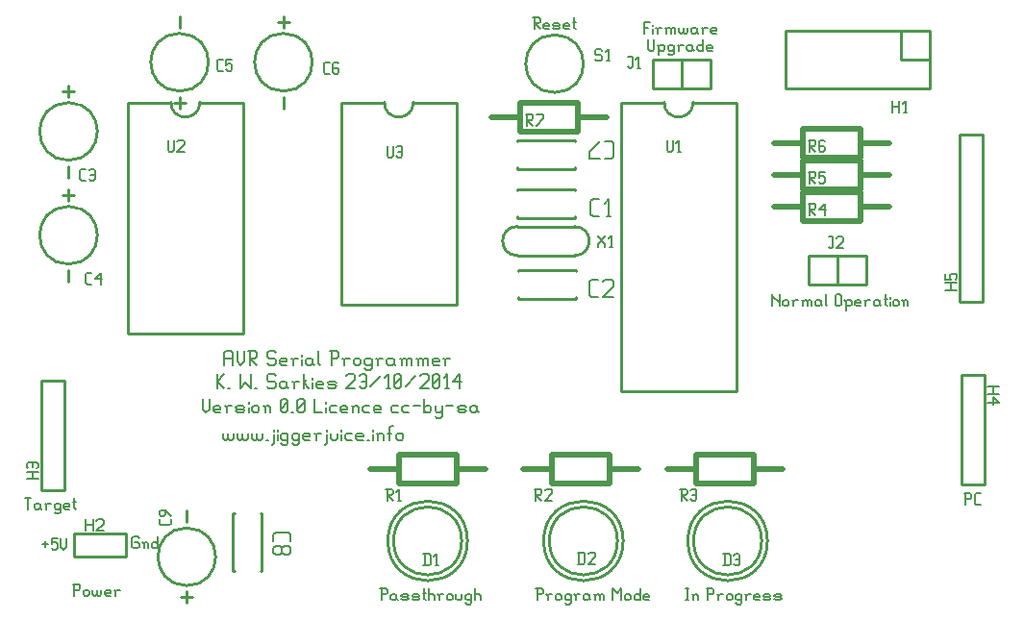
<source format=gto>
G04 start of page 9 for group -4079 idx -4079 *
G04 Title: (unknown), topsilk *
G04 Creator: pcb 20110918 *
G04 CreationDate: Thu 23 Oct 2014 13:36:36 GMT UTC *
G04 For: ksarkies *
G04 Format: Gerber/RS-274X *
G04 PCB-Dimensions: 350000 210000 *
G04 PCB-Coordinate-Origin: lower left *
%MOIN*%
%FSLAX25Y25*%
%LNTOPSILK*%
%ADD125C,0.0200*%
%ADD124C,0.0100*%
%ADD123C,0.0060*%
G54D123*X186500Y7000D02*Y3000D01*
X186000Y7000D02*X188000D01*
X188500Y6500D01*
Y5500D01*
X188000Y5000D02*X188500Y5500D01*
X186500Y5000D02*X188000D01*
X190200Y4500D02*Y3000D01*
Y4500D02*X190700Y5000D01*
X191700D01*
X189700D02*X190200Y4500D01*
X192900D02*Y3500D01*
Y4500D02*X193400Y5000D01*
X194400D01*
X194900Y4500D01*
Y3500D01*
X194400Y3000D02*X194900Y3500D01*
X193400Y3000D02*X194400D01*
X192900Y3500D02*X193400Y3000D01*
X197600Y5000D02*X198100Y4500D01*
X196600Y5000D02*X197600D01*
X196100Y4500D02*X196600Y5000D01*
X196100Y4500D02*Y3500D01*
X196600Y3000D01*
X197600D01*
X198100Y3500D01*
X196100Y2000D02*X196600Y1500D01*
X197600D01*
X198100Y2000D01*
Y5000D02*Y2000D01*
X199800Y4500D02*Y3000D01*
Y4500D02*X200300Y5000D01*
X201300D01*
X199300D02*X199800Y4500D01*
X204000Y5000D02*X204500Y4500D01*
X203000Y5000D02*X204000D01*
X202500Y4500D02*X203000Y5000D01*
X202500Y4500D02*Y3500D01*
X203000Y3000D01*
X204500Y5000D02*Y3500D01*
X205000Y3000D01*
X203000D02*X204000D01*
X204500Y3500D01*
X206700Y4500D02*Y3000D01*
Y4500D02*X207200Y5000D01*
X207700D01*
X208200Y4500D01*
Y3000D01*
Y4500D02*X208700Y5000D01*
X209200D01*
X209700Y4500D01*
Y3000D01*
X206200Y5000D02*X206700Y4500D01*
X212700Y7000D02*Y3000D01*
Y7000D02*X214200Y5500D01*
X215700Y7000D01*
Y3000D01*
X216900Y4500D02*Y3500D01*
Y4500D02*X217400Y5000D01*
X218400D01*
X218900Y4500D01*
Y3500D01*
X218400Y3000D02*X218900Y3500D01*
X217400Y3000D02*X218400D01*
X216900Y3500D02*X217400Y3000D01*
X222100Y7000D02*Y3000D01*
X221600D02*X222100Y3500D01*
X220600Y3000D02*X221600D01*
X220100Y3500D02*X220600Y3000D01*
X220100Y4500D02*Y3500D01*
Y4500D02*X220600Y5000D01*
X221600D01*
X222100Y4500D01*
X223800Y3000D02*X225300D01*
X223300Y3500D02*X223800Y3000D01*
X223300Y4500D02*Y3500D01*
Y4500D02*X223800Y5000D01*
X224800D01*
X225300Y4500D01*
X223300Y4000D02*X225300D01*
Y4500D02*Y4000D01*
X238000Y7000D02*X239000D01*
X238500D02*Y3000D01*
X238000D02*X239000D01*
X240700Y4500D02*Y3000D01*
Y4500D02*X241200Y5000D01*
X241700D01*
X242200Y4500D01*
Y3000D01*
X240200Y5000D02*X240700Y4500D01*
X245700Y7000D02*Y3000D01*
X245200Y7000D02*X247200D01*
X247700Y6500D01*
Y5500D01*
X247200Y5000D02*X247700Y5500D01*
X245700Y5000D02*X247200D01*
X249400Y4500D02*Y3000D01*
Y4500D02*X249900Y5000D01*
X250900D01*
X248900D02*X249400Y4500D01*
X252100D02*Y3500D01*
Y4500D02*X252600Y5000D01*
X253600D01*
X254100Y4500D01*
Y3500D01*
X253600Y3000D02*X254100Y3500D01*
X252600Y3000D02*X253600D01*
X252100Y3500D02*X252600Y3000D01*
X256800Y5000D02*X257300Y4500D01*
X255800Y5000D02*X256800D01*
X255300Y4500D02*X255800Y5000D01*
X255300Y4500D02*Y3500D01*
X255800Y3000D01*
X256800D01*
X257300Y3500D01*
X255300Y2000D02*X255800Y1500D01*
X256800D01*
X257300Y2000D01*
Y5000D02*Y2000D01*
X259000Y4500D02*Y3000D01*
Y4500D02*X259500Y5000D01*
X260500D01*
X258500D02*X259000Y4500D01*
X262200Y3000D02*X263700D01*
X261700Y3500D02*X262200Y3000D01*
X261700Y4500D02*Y3500D01*
Y4500D02*X262200Y5000D01*
X263200D01*
X263700Y4500D01*
X261700Y4000D02*X263700D01*
Y4500D02*Y4000D01*
X265400Y3000D02*X266900D01*
X267400Y3500D01*
X266900Y4000D02*X267400Y3500D01*
X265400Y4000D02*X266900D01*
X264900Y4500D02*X265400Y4000D01*
X264900Y4500D02*X265400Y5000D01*
X266900D01*
X267400Y4500D01*
X264900Y3500D02*X265400Y3000D01*
X269100D02*X270600D01*
X271100Y3500D01*
X270600Y4000D02*X271100Y3500D01*
X269100Y4000D02*X270600D01*
X268600Y4500D02*X269100Y4000D01*
X268600Y4500D02*X269100Y5000D01*
X270600D01*
X271100Y4500D01*
X268600Y3500D02*X269100Y3000D01*
X185000Y205000D02*X187000D01*
X187500Y204500D01*
Y203500D01*
X187000Y203000D02*X187500Y203500D01*
X185500Y203000D02*X187000D01*
X185500Y205000D02*Y201000D01*
Y203000D02*X187500Y201000D01*
X189200D02*X190700D01*
X188700Y201500D02*X189200Y201000D01*
X188700Y202500D02*Y201500D01*
Y202500D02*X189200Y203000D01*
X190200D01*
X190700Y202500D01*
X188700Y202000D02*X190700D01*
Y202500D02*Y202000D01*
X192400Y201000D02*X193900D01*
X194400Y201500D01*
X193900Y202000D02*X194400Y201500D01*
X192400Y202000D02*X193900D01*
X191900Y202500D02*X192400Y202000D01*
X191900Y202500D02*X192400Y203000D01*
X193900D01*
X194400Y202500D01*
X191900Y201500D02*X192400Y201000D01*
X196100D02*X197600D01*
X195600Y201500D02*X196100Y201000D01*
X195600Y202500D02*Y201500D01*
Y202500D02*X196100Y203000D01*
X197100D01*
X197600Y202500D01*
X195600Y202000D02*X197600D01*
Y202500D02*Y202000D01*
X199300Y205000D02*Y201500D01*
X199800Y201000D01*
X198800Y203500D02*X199800D01*
X223500D02*Y199500D01*
Y203500D02*X225500D01*
X223500Y201500D02*X225000D01*
X226700Y202500D02*Y202000D01*
Y201000D02*Y199500D01*
X228200Y201000D02*Y199500D01*
Y201000D02*X228700Y201500D01*
X229700D01*
X227700D02*X228200Y201000D01*
X231400D02*Y199500D01*
Y201000D02*X231900Y201500D01*
X232400D01*
X232900Y201000D01*
Y199500D01*
Y201000D02*X233400Y201500D01*
X233900D01*
X234400Y201000D01*
Y199500D01*
X230900Y201500D02*X231400Y201000D01*
X235600Y201500D02*Y200000D01*
X236100Y199500D01*
X236600D01*
X237100Y200000D01*
Y201500D02*Y200000D01*
X237600Y199500D01*
X238100D01*
X238600Y200000D01*
Y201500D02*Y200000D01*
X241300Y201500D02*X241800Y201000D01*
X240300Y201500D02*X241300D01*
X239800Y201000D02*X240300Y201500D01*
X239800Y201000D02*Y200000D01*
X240300Y199500D01*
X241800Y201500D02*Y200000D01*
X242300Y199500D01*
X240300D02*X241300D01*
X241800Y200000D01*
X244000Y201000D02*Y199500D01*
Y201000D02*X244500Y201500D01*
X245500D01*
X243500D02*X244000Y201000D01*
X247200Y199500D02*X248700D01*
X246700Y200000D02*X247200Y199500D01*
X246700Y201000D02*Y200000D01*
Y201000D02*X247200Y201500D01*
X248200D01*
X248700Y201000D01*
X246700Y200500D02*X248700D01*
Y201000D02*Y200500D01*
X225000Y197500D02*Y194000D01*
X225500Y193500D01*
X226500D01*
X227000Y194000D01*
Y197500D02*Y194000D01*
X228700Y195000D02*Y192000D01*
X228200Y195500D02*X228700Y195000D01*
X229200Y195500D01*
X230200D01*
X230700Y195000D01*
Y194000D01*
X230200Y193500D02*X230700Y194000D01*
X229200Y193500D02*X230200D01*
X228700Y194000D02*X229200Y193500D01*
X233400Y195500D02*X233900Y195000D01*
X232400Y195500D02*X233400D01*
X231900Y195000D02*X232400Y195500D01*
X231900Y195000D02*Y194000D01*
X232400Y193500D01*
X233400D01*
X233900Y194000D01*
X231900Y192500D02*X232400Y192000D01*
X233400D01*
X233900Y192500D01*
Y195500D02*Y192500D01*
X235600Y195000D02*Y193500D01*
Y195000D02*X236100Y195500D01*
X237100D01*
X235100D02*X235600Y195000D01*
X239800Y195500D02*X240300Y195000D01*
X238800Y195500D02*X239800D01*
X238300Y195000D02*X238800Y195500D01*
X238300Y195000D02*Y194000D01*
X238800Y193500D01*
X240300Y195500D02*Y194000D01*
X240800Y193500D01*
X238800D02*X239800D01*
X240300Y194000D01*
X244000Y197500D02*Y193500D01*
X243500D02*X244000Y194000D01*
X242500Y193500D02*X243500D01*
X242000Y194000D02*X242500Y193500D01*
X242000Y195000D02*Y194000D01*
Y195000D02*X242500Y195500D01*
X243500D01*
X244000Y195000D01*
X245700Y193500D02*X247200D01*
X245200Y194000D02*X245700Y193500D01*
X245200Y195000D02*Y194000D01*
Y195000D02*X245700Y195500D01*
X246700D01*
X247200Y195000D01*
X245200Y194500D02*X247200D01*
Y195000D02*Y194500D01*
X77500Y60900D02*Y59100D01*
X78100Y58500D01*
X78700D01*
X79300Y59100D01*
Y60900D02*Y59100D01*
X79900Y58500D01*
X80500D01*
X81100Y59100D01*
Y60900D02*Y59100D01*
X82540Y60900D02*Y59100D01*
X83140Y58500D01*
X83740D01*
X84340Y59100D01*
Y60900D02*Y59100D01*
X84940Y58500D01*
X85540D01*
X86140Y59100D01*
Y60900D02*Y59100D01*
X87580Y60900D02*Y59100D01*
X88180Y58500D01*
X88780D01*
X89380Y59100D01*
Y60900D02*Y59100D01*
X89980Y58500D01*
X90580D01*
X91180Y59100D01*
Y60900D02*Y59100D01*
X92620Y58500D02*X93220D01*
X95260Y62100D02*Y61500D01*
Y60300D02*Y57300D01*
X94660Y56700D02*X95260Y57300D01*
X96460Y62100D02*Y61500D01*
Y60300D02*Y58500D01*
X99460Y60900D02*X100060Y60300D01*
X98260Y60900D02*X99460D01*
X97660Y60300D02*X98260Y60900D01*
X97660Y60300D02*Y59100D01*
X98260Y58500D01*
X99460D01*
X100060Y59100D01*
X97660Y57300D02*X98260Y56700D01*
X99460D01*
X100060Y57300D01*
Y60900D02*Y57300D01*
X103300Y60900D02*X103900Y60300D01*
X102100Y60900D02*X103300D01*
X101500Y60300D02*X102100Y60900D01*
X101500Y60300D02*Y59100D01*
X102100Y58500D01*
X103300D01*
X103900Y59100D01*
X101500Y57300D02*X102100Y56700D01*
X103300D01*
X103900Y57300D01*
Y60900D02*Y57300D01*
X105940Y58500D02*X107740D01*
X105340Y59100D02*X105940Y58500D01*
X105340Y60300D02*Y59100D01*
Y60300D02*X105940Y60900D01*
X107140D01*
X107740Y60300D01*
X105340Y59700D02*X107740D01*
Y60300D02*Y59700D01*
X109780Y60300D02*Y58500D01*
Y60300D02*X110380Y60900D01*
X111580D01*
X109180D02*X109780Y60300D01*
X113620Y62100D02*Y61500D01*
Y60300D02*Y57300D01*
X113020Y56700D02*X113620Y57300D01*
X114820Y60900D02*Y59100D01*
X115420Y58500D01*
X116620D01*
X117220Y59100D01*
Y60900D02*Y59100D01*
X118660Y62100D02*Y61500D01*
Y60300D02*Y58500D01*
X120460Y60900D02*X122260D01*
X119860Y60300D02*X120460Y60900D01*
X119860Y60300D02*Y59100D01*
X120460Y58500D01*
X122260D01*
X124300D02*X126100D01*
X123700Y59100D02*X124300Y58500D01*
X123700Y60300D02*Y59100D01*
Y60300D02*X124300Y60900D01*
X125500D01*
X126100Y60300D01*
X123700Y59700D02*X126100D01*
Y60300D02*Y59700D01*
X127540Y58500D02*X128140D01*
X129580Y62100D02*Y61500D01*
Y60300D02*Y58500D01*
X131380Y60300D02*Y58500D01*
Y60300D02*X131980Y60900D01*
X132580D01*
X133180Y60300D01*
Y58500D01*
X130780Y60900D02*X131380Y60300D01*
X135220Y62700D02*Y58500D01*
Y62700D02*X135820Y63300D01*
X136420D01*
X134620Y60900D02*X135820D01*
X137620Y60300D02*Y59100D01*
Y60300D02*X138220Y60900D01*
X139420D01*
X140020Y60300D01*
Y59100D01*
X139420Y58500D02*X140020Y59100D01*
X138220Y58500D02*X139420D01*
X137620Y59100D02*X138220Y58500D01*
X75500Y81300D02*Y76500D01*
Y78900D02*X77900Y81300D01*
X75500Y78900D02*X77900Y76500D01*
X79340D02*X79940D01*
X83540Y81300D02*Y76500D01*
X85340Y78300D01*
X87140Y76500D01*
Y81300D02*Y76500D01*
X88580D02*X89180D01*
X95180Y81300D02*X95780Y80700D01*
X93380Y81300D02*X95180D01*
X92780Y80700D02*X93380Y81300D01*
X92780Y80700D02*Y79500D01*
X93380Y78900D01*
X95180D01*
X95780Y78300D01*
Y77100D01*
X95180Y76500D02*X95780Y77100D01*
X93380Y76500D02*X95180D01*
X92780Y77100D02*X93380Y76500D01*
X99020Y78900D02*X99620Y78300D01*
X97820Y78900D02*X99020D01*
X97220Y78300D02*X97820Y78900D01*
X97220Y78300D02*Y77100D01*
X97820Y76500D01*
X99620Y78900D02*Y77100D01*
X100220Y76500D01*
X97820D02*X99020D01*
X99620Y77100D01*
X102260Y78300D02*Y76500D01*
Y78300D02*X102860Y78900D01*
X104060D01*
X101660D02*X102260Y78300D01*
X105500Y81300D02*Y76500D01*
Y78300D02*X107300Y76500D01*
X105500Y78300D02*X106700Y79500D01*
X108740Y80100D02*Y79500D01*
Y78300D02*Y76500D01*
X110540D02*X112340D01*
X109940Y77100D02*X110540Y76500D01*
X109940Y78300D02*Y77100D01*
Y78300D02*X110540Y78900D01*
X111740D01*
X112340Y78300D01*
X109940Y77700D02*X112340D01*
Y78300D02*Y77700D01*
X114380Y76500D02*X116180D01*
X116780Y77100D01*
X116180Y77700D02*X116780Y77100D01*
X114380Y77700D02*X116180D01*
X113780Y78300D02*X114380Y77700D01*
X113780Y78300D02*X114380Y78900D01*
X116180D01*
X116780Y78300D01*
X113780Y77100D02*X114380Y76500D01*
X120380Y80700D02*X120980Y81300D01*
X122780D01*
X123380Y80700D01*
Y79500D01*
X120380Y76500D02*X123380Y79500D01*
X120380Y76500D02*X123380D01*
X124820Y80700D02*X125420Y81300D01*
X126620D01*
X127220Y80700D01*
Y77100D01*
X126620Y76500D02*X127220Y77100D01*
X125420Y76500D02*X126620D01*
X124820Y77100D02*X125420Y76500D01*
Y78900D02*X127220D01*
X128660Y77100D02*X132260Y80700D01*
X134300Y76500D02*X135500D01*
X134900Y81300D02*Y76500D01*
X133700Y80100D02*X134900Y81300D01*
X136940Y77100D02*X137540Y76500D01*
X136940Y80700D02*Y77100D01*
Y80700D02*X137540Y81300D01*
X138740D01*
X139340Y80700D01*
Y77100D01*
X138740Y76500D02*X139340Y77100D01*
X137540Y76500D02*X138740D01*
X136940Y77700D02*X139340Y80100D01*
X140780Y77100D02*X144380Y80700D01*
X145820D02*X146420Y81300D01*
X148220D01*
X148820Y80700D01*
Y79500D01*
X145820Y76500D02*X148820Y79500D01*
X145820Y76500D02*X148820D01*
X150260Y77100D02*X150860Y76500D01*
X150260Y80700D02*Y77100D01*
Y80700D02*X150860Y81300D01*
X152060D01*
X152660Y80700D01*
Y77100D01*
X152060Y76500D02*X152660Y77100D01*
X150860Y76500D02*X152060D01*
X150260Y77700D02*X152660Y80100D01*
X154700Y76500D02*X155900D01*
X155300Y81300D02*Y76500D01*
X154100Y80100D02*X155300Y81300D01*
X157340Y78900D02*X159740Y81300D01*
X157340Y78900D02*X160340D01*
X159740Y81300D02*Y76500D01*
X78000Y88700D02*Y84500D01*
Y88700D02*X78600Y89300D01*
X80400D01*
X81000Y88700D01*
Y84500D01*
X78000Y86900D02*X81000D01*
X82440Y89300D02*Y85700D01*
X83640Y84500D01*
X84840Y85700D01*
Y89300D02*Y85700D01*
X86280Y89300D02*X88680D01*
X89280Y88700D01*
Y87500D01*
X88680Y86900D02*X89280Y87500D01*
X86880Y86900D02*X88680D01*
X86880Y89300D02*Y84500D01*
Y86900D02*X89280Y84500D01*
X95280Y89300D02*X95880Y88700D01*
X93480Y89300D02*X95280D01*
X92880Y88700D02*X93480Y89300D01*
X92880Y88700D02*Y87500D01*
X93480Y86900D01*
X95280D01*
X95880Y86300D01*
Y85100D01*
X95280Y84500D02*X95880Y85100D01*
X93480Y84500D02*X95280D01*
X92880Y85100D02*X93480Y84500D01*
X97920D02*X99720D01*
X97320Y85100D02*X97920Y84500D01*
X97320Y86300D02*Y85100D01*
Y86300D02*X97920Y86900D01*
X99120D01*
X99720Y86300D01*
X97320Y85700D02*X99720D01*
Y86300D02*Y85700D01*
X101760Y86300D02*Y84500D01*
Y86300D02*X102360Y86900D01*
X103560D01*
X101160D02*X101760Y86300D01*
X105000Y88100D02*Y87500D01*
Y86300D02*Y84500D01*
X108000Y86900D02*X108600Y86300D01*
X106800Y86900D02*X108000D01*
X106200Y86300D02*X106800Y86900D01*
X106200Y86300D02*Y85100D01*
X106800Y84500D01*
X108600Y86900D02*Y85100D01*
X109200Y84500D01*
X106800D02*X108000D01*
X108600Y85100D01*
X110640Y89300D02*Y85100D01*
X111240Y84500D01*
X115200Y89300D02*Y84500D01*
X114600Y89300D02*X117000D01*
X117600Y88700D01*
Y87500D01*
X117000Y86900D02*X117600Y87500D01*
X115200Y86900D02*X117000D01*
X119640Y86300D02*Y84500D01*
Y86300D02*X120240Y86900D01*
X121440D01*
X119040D02*X119640Y86300D01*
X122880D02*Y85100D01*
Y86300D02*X123480Y86900D01*
X124680D01*
X125280Y86300D01*
Y85100D01*
X124680Y84500D02*X125280Y85100D01*
X123480Y84500D02*X124680D01*
X122880Y85100D02*X123480Y84500D01*
X128520Y86900D02*X129120Y86300D01*
X127320Y86900D02*X128520D01*
X126720Y86300D02*X127320Y86900D01*
X126720Y86300D02*Y85100D01*
X127320Y84500D01*
X128520D01*
X129120Y85100D01*
X126720Y83300D02*X127320Y82700D01*
X128520D01*
X129120Y83300D01*
Y86900D02*Y83300D01*
X131160Y86300D02*Y84500D01*
Y86300D02*X131760Y86900D01*
X132960D01*
X130560D02*X131160Y86300D01*
X136200Y86900D02*X136800Y86300D01*
X135000Y86900D02*X136200D01*
X134400Y86300D02*X135000Y86900D01*
X134400Y86300D02*Y85100D01*
X135000Y84500D01*
X136800Y86900D02*Y85100D01*
X137400Y84500D01*
X135000D02*X136200D01*
X136800Y85100D01*
X139440Y86300D02*Y84500D01*
Y86300D02*X140040Y86900D01*
X140640D01*
X141240Y86300D01*
Y84500D01*
Y86300D02*X141840Y86900D01*
X142440D01*
X143040Y86300D01*
Y84500D01*
X138840Y86900D02*X139440Y86300D01*
X145080D02*Y84500D01*
Y86300D02*X145680Y86900D01*
X146280D01*
X146880Y86300D01*
Y84500D01*
Y86300D02*X147480Y86900D01*
X148080D01*
X148680Y86300D01*
Y84500D01*
X144480Y86900D02*X145080Y86300D01*
X150720Y84500D02*X152520D01*
X150120Y85100D02*X150720Y84500D01*
X150120Y86300D02*Y85100D01*
Y86300D02*X150720Y86900D01*
X151920D01*
X152520Y86300D01*
X150120Y85700D02*X152520D01*
Y86300D02*Y85700D01*
X154560Y86300D02*Y84500D01*
Y86300D02*X155160Y86900D01*
X156360D01*
X153960D02*X154560Y86300D01*
X26000Y8500D02*Y4500D01*
X25500Y8500D02*X27500D01*
X28000Y8000D01*
Y7000D01*
X27500Y6500D02*X28000Y7000D01*
X26000Y6500D02*X27500D01*
X29200Y6000D02*Y5000D01*
Y6000D02*X29700Y6500D01*
X30700D01*
X31200Y6000D01*
Y5000D01*
X30700Y4500D02*X31200Y5000D01*
X29700Y4500D02*X30700D01*
X29200Y5000D02*X29700Y4500D01*
X32400Y6500D02*Y5000D01*
X32900Y4500D01*
X33400D01*
X33900Y5000D01*
Y6500D02*Y5000D01*
X34400Y4500D01*
X34900D01*
X35400Y5000D01*
Y6500D02*Y5000D01*
X37100Y4500D02*X38600D01*
X36600Y5000D02*X37100Y4500D01*
X36600Y6000D02*Y5000D01*
Y6000D02*X37100Y6500D01*
X38100D01*
X38600Y6000D01*
X36600Y5500D02*X38600D01*
Y6000D02*Y5500D01*
X40300Y6000D02*Y4500D01*
Y6000D02*X40800Y6500D01*
X41800D01*
X39800D02*X40300Y6000D01*
X48000Y25000D02*X48500Y24500D01*
X46500Y25000D02*X48000D01*
X46000Y24500D02*X46500Y25000D01*
X46000Y24500D02*Y21500D01*
X46500Y21000D01*
X48000D01*
X48500Y21500D01*
Y22500D02*Y21500D01*
X48000Y23000D02*X48500Y22500D01*
X47000Y23000D02*X48000D01*
X50200Y22500D02*Y21000D01*
Y22500D02*X50700Y23000D01*
X51200D01*
X51700Y22500D01*
Y21000D01*
X49700Y23000D02*X50200Y22500D01*
X54900Y25000D02*Y21000D01*
X54400D02*X54900Y21500D01*
X53400Y21000D02*X54400D01*
X52900Y21500D02*X53400Y21000D01*
X52900Y22500D02*Y21500D01*
Y22500D02*X53400Y23000D01*
X54400D01*
X54900Y22500D01*
X70500Y72800D02*Y69200D01*
X71700Y68000D01*
X72900Y69200D01*
Y72800D02*Y69200D01*
X74940Y68000D02*X76740D01*
X74340Y68600D02*X74940Y68000D01*
X74340Y69800D02*Y68600D01*
Y69800D02*X74940Y70400D01*
X76140D01*
X76740Y69800D01*
X74340Y69200D02*X76740D01*
Y69800D02*Y69200D01*
X78780Y69800D02*Y68000D01*
Y69800D02*X79380Y70400D01*
X80580D01*
X78180D02*X78780Y69800D01*
X82620Y68000D02*X84420D01*
X85020Y68600D01*
X84420Y69200D02*X85020Y68600D01*
X82620Y69200D02*X84420D01*
X82020Y69800D02*X82620Y69200D01*
X82020Y69800D02*X82620Y70400D01*
X84420D01*
X85020Y69800D01*
X82020Y68600D02*X82620Y68000D01*
X86460Y71600D02*Y71000D01*
Y69800D02*Y68000D01*
X87660Y69800D02*Y68600D01*
Y69800D02*X88260Y70400D01*
X89460D01*
X90060Y69800D01*
Y68600D01*
X89460Y68000D02*X90060Y68600D01*
X88260Y68000D02*X89460D01*
X87660Y68600D02*X88260Y68000D01*
X92100Y69800D02*Y68000D01*
Y69800D02*X92700Y70400D01*
X93300D01*
X93900Y69800D01*
Y68000D01*
X91500Y70400D02*X92100Y69800D01*
X97500Y68600D02*X98100Y68000D01*
X97500Y72200D02*Y68600D01*
Y72200D02*X98100Y72800D01*
X99300D01*
X99900Y72200D01*
Y68600D01*
X99300Y68000D02*X99900Y68600D01*
X98100Y68000D02*X99300D01*
X97500Y69200D02*X99900Y71600D01*
X101340Y68000D02*X101940D01*
X103380Y68600D02*X103980Y68000D01*
X103380Y72200D02*Y68600D01*
Y72200D02*X103980Y72800D01*
X105180D01*
X105780Y72200D01*
Y68600D01*
X105180Y68000D02*X105780Y68600D01*
X103980Y68000D02*X105180D01*
X103380Y69200D02*X105780Y71600D01*
X109380Y72800D02*Y68000D01*
X111780D01*
X113220Y71600D02*Y71000D01*
Y69800D02*Y68000D01*
X115020Y70400D02*X116820D01*
X114420Y69800D02*X115020Y70400D01*
X114420Y69800D02*Y68600D01*
X115020Y68000D01*
X116820D01*
X118860D02*X120660D01*
X118260Y68600D02*X118860Y68000D01*
X118260Y69800D02*Y68600D01*
Y69800D02*X118860Y70400D01*
X120060D01*
X120660Y69800D01*
X118260Y69200D02*X120660D01*
Y69800D02*Y69200D01*
X122700Y69800D02*Y68000D01*
Y69800D02*X123300Y70400D01*
X123900D01*
X124500Y69800D01*
Y68000D01*
X122100Y70400D02*X122700Y69800D01*
X126540Y70400D02*X128340D01*
X125940Y69800D02*X126540Y70400D01*
X125940Y69800D02*Y68600D01*
X126540Y68000D01*
X128340D01*
X130380D02*X132180D01*
X129780Y68600D02*X130380Y68000D01*
X129780Y69800D02*Y68600D01*
Y69800D02*X130380Y70400D01*
X131580D01*
X132180Y69800D01*
X129780Y69200D02*X132180D01*
Y69800D02*Y69200D01*
X136380Y70400D02*X138180D01*
X135780Y69800D02*X136380Y70400D01*
X135780Y69800D02*Y68600D01*
X136380Y68000D01*
X138180D01*
X140220Y70400D02*X142020D01*
X139620Y69800D02*X140220Y70400D01*
X139620Y69800D02*Y68600D01*
X140220Y68000D01*
X142020D01*
X143460Y70400D02*X145860D01*
X147300Y72800D02*Y68000D01*
Y68600D02*X147900Y68000D01*
X149100D01*
X149700Y68600D01*
Y69800D02*Y68600D01*
X149100Y70400D02*X149700Y69800D01*
X147900Y70400D02*X149100D01*
X147300Y69800D02*X147900Y70400D01*
X151140D02*Y68600D01*
X151740Y68000D01*
X153540Y70400D02*Y66800D01*
X152940Y66200D02*X153540Y66800D01*
X151740Y66200D02*X152940D01*
X151140Y66800D02*X151740Y66200D01*
Y68000D02*X152940D01*
X153540Y68600D01*
X154980Y70400D02*X157380D01*
X159420Y68000D02*X161220D01*
X161820Y68600D01*
X161220Y69200D02*X161820Y68600D01*
X159420Y69200D02*X161220D01*
X158820Y69800D02*X159420Y69200D01*
X158820Y69800D02*X159420Y70400D01*
X161220D01*
X161820Y69800D01*
X158820Y68600D02*X159420Y68000D01*
X165060Y70400D02*X165660Y69800D01*
X163860Y70400D02*X165060D01*
X163260Y69800D02*X163860Y70400D01*
X163260Y69800D02*Y68600D01*
X163860Y68000D01*
X165660Y70400D02*Y68600D01*
X166260Y68000D01*
X163860D02*X165060D01*
X165660Y68600D01*
X15000Y22500D02*X17000D01*
X16000Y23500D02*Y21500D01*
X18200Y24500D02*X20200D01*
X18200D02*Y22500D01*
X18700Y23000D01*
X19700D01*
X20200Y22500D01*
Y21000D01*
X19700Y20500D02*X20200Y21000D01*
X18700Y20500D02*X19700D01*
X18200Y21000D02*X18700Y20500D01*
X21400Y24500D02*Y21500D01*
X22400Y20500D01*
X23400Y21500D01*
Y24500D02*Y21500D01*
X132500Y7000D02*Y3000D01*
X132000Y7000D02*X134000D01*
X134500Y6500D01*
Y5500D01*
X134000Y5000D02*X134500Y5500D01*
X132500Y5000D02*X134000D01*
X137200D02*X137700Y4500D01*
X136200Y5000D02*X137200D01*
X135700Y4500D02*X136200Y5000D01*
X135700Y4500D02*Y3500D01*
X136200Y3000D01*
X137700Y5000D02*Y3500D01*
X138200Y3000D01*
X136200D02*X137200D01*
X137700Y3500D01*
X139900Y3000D02*X141400D01*
X141900Y3500D01*
X141400Y4000D02*X141900Y3500D01*
X139900Y4000D02*X141400D01*
X139400Y4500D02*X139900Y4000D01*
X139400Y4500D02*X139900Y5000D01*
X141400D01*
X141900Y4500D01*
X139400Y3500D02*X139900Y3000D01*
X143600D02*X145100D01*
X145600Y3500D01*
X145100Y4000D02*X145600Y3500D01*
X143600Y4000D02*X145100D01*
X143100Y4500D02*X143600Y4000D01*
X143100Y4500D02*X143600Y5000D01*
X145100D01*
X145600Y4500D01*
X143100Y3500D02*X143600Y3000D01*
X147300Y7000D02*Y3500D01*
X147800Y3000D01*
X146800Y5500D02*X147800D01*
X148800Y7000D02*Y3000D01*
Y4500D02*X149300Y5000D01*
X150300D01*
X150800Y4500D01*
Y3000D01*
X152500Y4500D02*Y3000D01*
Y4500D02*X153000Y5000D01*
X154000D01*
X152000D02*X152500Y4500D01*
X155200D02*Y3500D01*
Y4500D02*X155700Y5000D01*
X156700D01*
X157200Y4500D01*
Y3500D01*
X156700Y3000D02*X157200Y3500D01*
X155700Y3000D02*X156700D01*
X155200Y3500D02*X155700Y3000D01*
X158400Y5000D02*Y3500D01*
X158900Y3000D01*
X159900D01*
X160400Y3500D01*
Y5000D02*Y3500D01*
X163100Y5000D02*X163600Y4500D01*
X162100Y5000D02*X163100D01*
X161600Y4500D02*X162100Y5000D01*
X161600Y4500D02*Y3500D01*
X162100Y3000D01*
X163100D01*
X163600Y3500D01*
X161600Y2000D02*X162100Y1500D01*
X163100D01*
X163600Y2000D01*
Y5000D02*Y2000D01*
X164800Y7000D02*Y3000D01*
Y4500D02*X165300Y5000D01*
X166300D01*
X166800Y4500D01*
Y3000D01*
X9000Y38500D02*X11000D01*
X10000D02*Y34500D01*
X13700Y36500D02*X14200Y36000D01*
X12700Y36500D02*X13700D01*
X12200Y36000D02*X12700Y36500D01*
X12200Y36000D02*Y35000D01*
X12700Y34500D01*
X14200Y36500D02*Y35000D01*
X14700Y34500D01*
X12700D02*X13700D01*
X14200Y35000D01*
X16400Y36000D02*Y34500D01*
Y36000D02*X16900Y36500D01*
X17900D01*
X15900D02*X16400Y36000D01*
X20600Y36500D02*X21100Y36000D01*
X19600Y36500D02*X20600D01*
X19100Y36000D02*X19600Y36500D01*
X19100Y36000D02*Y35000D01*
X19600Y34500D01*
X20600D01*
X21100Y35000D01*
X19100Y33500D02*X19600Y33000D01*
X20600D01*
X21100Y33500D01*
Y36500D02*Y33500D01*
X22800Y34500D02*X24300D01*
X22300Y35000D02*X22800Y34500D01*
X22300Y36000D02*Y35000D01*
Y36000D02*X22800Y36500D01*
X23800D01*
X24300Y36000D01*
X22300Y35500D02*X24300D01*
Y36000D02*Y35500D01*
X26000Y38500D02*Y35000D01*
X26500Y34500D01*
X25500Y37000D02*X26500D01*
X335000Y40000D02*Y36000D01*
X334500Y40000D02*X336500D01*
X337000Y39500D01*
Y38500D01*
X336500Y38000D02*X337000Y38500D01*
X335000Y38000D02*X336500D01*
X338700Y36000D02*X340200D01*
X338200Y36500D02*X338700Y36000D01*
X338200Y39500D02*Y36500D01*
Y39500D02*X338700Y40000D01*
X340200D01*
X268000Y109000D02*Y105000D01*
Y109000D02*Y108500D01*
X270500Y106000D01*
Y109000D02*Y105000D01*
X271700Y106500D02*Y105500D01*
Y106500D02*X272200Y107000D01*
X273200D01*
X273700Y106500D01*
Y105500D01*
X273200Y105000D02*X273700Y105500D01*
X272200Y105000D02*X273200D01*
X271700Y105500D02*X272200Y105000D01*
X275400Y106500D02*Y105000D01*
Y106500D02*X275900Y107000D01*
X276900D01*
X274900D02*X275400Y106500D01*
X278600D02*Y105000D01*
Y106500D02*X279100Y107000D01*
X279600D01*
X280100Y106500D01*
Y105000D01*
Y106500D02*X280600Y107000D01*
X281100D01*
X281600Y106500D01*
Y105000D01*
X278100Y107000D02*X278600Y106500D01*
X284300Y107000D02*X284800Y106500D01*
X283300Y107000D02*X284300D01*
X282800Y106500D02*X283300Y107000D01*
X282800Y106500D02*Y105500D01*
X283300Y105000D01*
X284800Y107000D02*Y105500D01*
X285300Y105000D01*
X283300D02*X284300D01*
X284800Y105500D01*
X286500Y109000D02*Y105500D01*
X287000Y105000D01*
X289800Y108500D02*Y105500D01*
Y108500D02*X290300Y109000D01*
X291300D01*
X291800Y108500D01*
Y105500D01*
X291300Y105000D02*X291800Y105500D01*
X290300Y105000D02*X291300D01*
X289800Y105500D02*X290300Y105000D01*
X293500Y106500D02*Y103500D01*
X293000Y107000D02*X293500Y106500D01*
X294000Y107000D01*
X295000D01*
X295500Y106500D01*
Y105500D01*
X295000Y105000D02*X295500Y105500D01*
X294000Y105000D02*X295000D01*
X293500Y105500D02*X294000Y105000D01*
X297200D02*X298700D01*
X296700Y105500D02*X297200Y105000D01*
X296700Y106500D02*Y105500D01*
Y106500D02*X297200Y107000D01*
X298200D01*
X298700Y106500D01*
X296700Y106000D02*X298700D01*
Y106500D02*Y106000D01*
X300400Y106500D02*Y105000D01*
Y106500D02*X300900Y107000D01*
X301900D01*
X299900D02*X300400Y106500D01*
X304600Y107000D02*X305100Y106500D01*
X303600Y107000D02*X304600D01*
X303100Y106500D02*X303600Y107000D01*
X303100Y106500D02*Y105500D01*
X303600Y105000D01*
X305100Y107000D02*Y105500D01*
X305600Y105000D01*
X303600D02*X304600D01*
X305100Y105500D01*
X307300Y109000D02*Y105500D01*
X307800Y105000D01*
X306800Y107500D02*X307800D01*
X308800Y108000D02*Y107500D01*
Y106500D02*Y105000D01*
X309800Y106500D02*Y105500D01*
Y106500D02*X310300Y107000D01*
X311300D01*
X311800Y106500D01*
Y105500D01*
X311300Y105000D02*X311800Y105500D01*
X310300Y105000D02*X311300D01*
X309800Y105500D02*X310300Y105000D01*
X313500Y106500D02*Y105000D01*
Y106500D02*X314000Y107000D01*
X314500D01*
X315000Y106500D01*
Y105000D01*
X313000Y107000D02*X313500Y106500D01*
G54D124*X136700Y23500D02*G75*G03X136700Y23500I11800J0D01*G01*
X134700D02*G75*G03X134700Y23500I13800J0D01*G01*
G54D125*X138500Y53500D02*X158500D01*
Y43500D01*
X138500D01*
Y53500D01*
X128500Y48500D02*X138500D01*
X158500D02*X168500D01*
G54D124*X44500Y175500D02*Y95500D01*
X84500D01*
Y175500D01*
X44500D02*X59500D01*
X69500D02*X84500D01*
X59500D02*G75*G03X69500Y175500I5000J0D01*G01*
X24000Y181500D02*Y177500D01*
X22000Y179500D02*X26000D01*
X24000Y153500D02*Y149500D01*
X24000Y175500D02*G75*G03X24000Y175500I0J-10000D01*G01*
Y145500D02*Y141500D01*
X22000Y143500D02*X26000D01*
X24000Y117500D02*Y113500D01*
X24000Y139500D02*G75*G03X24000Y139500I0J-10000D01*G01*
X98500Y205500D02*Y201500D01*
X96500Y203500D02*X100500D01*
X98500Y177500D02*Y173500D01*
Y199500D02*G75*G03X98500Y199500I0J-10000D01*G01*
X62500Y177500D02*Y173500D01*
X60500Y175500D02*X64500D01*
X62500Y205500D02*Y201500D01*
Y179500D02*G75*G03X62500Y179500I0J10000D01*G01*
X118500Y175500D02*Y105500D01*
X158500D01*
Y175500D01*
X118500D02*X133500D01*
X143500D02*X158500D01*
X133500D02*G75*G03X143500Y175500I5000J0D01*G01*
X26000Y18000D02*Y26000D01*
X44000Y18000D02*X26000D01*
X44000Y26000D02*Y18000D01*
X26000Y26000D02*X44000D01*
X65000Y6000D02*Y2000D01*
X63000Y4000D02*X67000D01*
X65000Y34000D02*Y30000D01*
Y8000D02*G75*G03X65000Y8000I0J10000D01*G01*
X81000Y33000D02*X81500D01*
X81000D02*Y13000D01*
X81500D01*
X90500D02*X91000D01*
Y33000D02*Y13000D01*
X90500Y33000D02*X91000D01*
X14500Y41000D02*X22500D01*
Y79000D02*Y41000D01*
X14500Y79000D02*X22500D01*
X14500D02*Y41000D01*
G54D125*X241500Y53500D02*X261500D01*
Y43500D01*
X241500D01*
Y53500D01*
X231500Y48500D02*X241500D01*
X261500D02*X271500D01*
X191500Y53500D02*X211500D01*
Y43500D01*
X191500D01*
Y53500D01*
X181500Y48500D02*X191500D01*
X211500D02*X221500D01*
G54D124*X240700Y23500D02*G75*G03X240700Y23500I11800J0D01*G01*
X238700D02*G75*G03X238700Y23500I13800J0D01*G01*
X190700D02*G75*G03X190700Y23500I11800J0D01*G01*
X188700D02*G75*G03X188700Y23500I13800J0D01*G01*
G54D125*X278500Y155500D02*X298500D01*
Y145500D01*
X278500D01*
Y155500D01*
X268500Y150500D02*X278500D01*
X298500D02*X308500D01*
G54D124*X215500Y175500D02*Y75500D01*
X255500D01*
Y175500D01*
X215500D02*X230500D01*
X240500D02*X255500D01*
X230500D02*G75*G03X240500Y175500I5000J0D01*G01*
G54D125*X278500Y166500D02*X298500D01*
Y156500D01*
X278500D01*
Y166500D01*
X268500Y161500D02*X278500D01*
X298500D02*X308500D01*
G54D124*X226500Y190500D02*X246500D01*
X226500D02*Y180500D01*
X246500D01*
Y190500D02*Y180500D01*
X236500Y190500D02*Y180500D01*
X246500D01*
X280500Y122500D02*X300500D01*
X280500D02*Y112500D01*
X300500D01*
Y122500D02*Y112500D01*
X290500Y122500D02*Y112500D01*
X300500D01*
G54D125*X278500Y144500D02*X298500D01*
Y134500D01*
X278500D01*
Y144500D01*
X268500Y139500D02*X278500D01*
X298500D02*X308500D01*
G54D124*X192500Y199000D02*G75*G03X192500Y199000I0J-10000D01*G01*
X179500Y136000D02*Y135500D01*
X199500D01*
Y136000D02*Y135500D01*
Y145500D02*Y145000D01*
X179500Y145500D02*X199500D01*
X179500D02*Y145000D01*
X180000Y108000D02*Y107500D01*
X200000D01*
Y108000D02*Y107500D01*
Y117500D02*Y117000D01*
X180000Y117500D02*X200000D01*
X180000D02*Y117000D01*
X179500Y132500D02*X199500D01*
X179500Y122500D02*X199500D01*
X179500Y132500D02*G75*G03X179500Y122500I0J-5000D01*G01*
X199500D02*G75*G03X199500Y132500I0J5000D01*G01*
X179500Y153000D02*Y152500D01*
X199500D01*
Y153000D02*Y152500D01*
Y162500D02*Y162000D01*
X179500Y162500D02*X199500D01*
X179500D02*Y162000D01*
X272500Y200500D02*X322500D01*
X272500D02*Y180500D01*
X322500D01*
Y200500D02*Y180500D01*
X312500Y200500D02*Y190500D01*
X322500D01*
G54D125*X180500Y175500D02*X200500D01*
Y165500D01*
X180500D01*
Y175500D01*
X170500Y170500D02*X180500D01*
X200500D02*X210500D01*
G54D124*X333500Y81000D02*X341500D01*
X333500D02*Y43000D01*
X341500D01*
Y81000D02*Y43000D01*
X333000Y164500D02*Y106500D01*
Y164500D02*X341000D01*
Y106500D01*
X333000D02*X341000D01*
G54D123*X280500Y151500D02*X282500D01*
X283000Y151000D01*
Y150000D01*
X282500Y149500D02*X283000Y150000D01*
X281000Y149500D02*X282500D01*
X281000Y151500D02*Y147500D01*
Y149500D02*X283000Y147500D01*
X284200Y151500D02*X286200D01*
X284200D02*Y149500D01*
X284700Y150000D01*
X285700D01*
X286200Y149500D01*
Y148000D01*
X285700Y147500D02*X286200Y148000D01*
X284700Y147500D02*X285700D01*
X284200Y148000D02*X284700Y147500D01*
X231500Y162500D02*Y159000D01*
X232000Y158500D01*
X233000D01*
X233500Y159000D01*
Y162500D02*Y159000D01*
X235200Y158500D02*X236200D01*
X235700Y162500D02*Y158500D01*
X234700Y161500D02*X235700Y162500D01*
X280500D02*X282500D01*
X283000Y162000D01*
Y161000D01*
X282500Y160500D02*X283000Y161000D01*
X281000Y160500D02*X282500D01*
X281000Y162500D02*Y158500D01*
Y160500D02*X283000Y158500D01*
X285700Y162500D02*X286200Y162000D01*
X284700Y162500D02*X285700D01*
X284200Y162000D02*X284700Y162500D01*
X284200Y162000D02*Y159000D01*
X284700Y158500D01*
X285700Y160500D02*X286200Y160000D01*
X284200Y160500D02*X285700D01*
X284700Y158500D02*X285700D01*
X286200Y159000D01*
Y160000D02*Y159000D01*
X218000Y191500D02*X219500D01*
Y188000D01*
X219000Y187500D02*X219500Y188000D01*
X218500Y187500D02*X219000D01*
X218000Y188000D02*X218500Y187500D01*
X221200D02*X222200D01*
X221700Y191500D02*Y187500D01*
X220700Y190500D02*X221700Y191500D01*
X287500Y129000D02*X289000D01*
Y125500D01*
X288500Y125000D02*X289000Y125500D01*
X288000Y125000D02*X288500D01*
X287500Y125500D02*X288000Y125000D01*
X290200Y128500D02*X290700Y129000D01*
X292200D01*
X292700Y128500D01*
Y127500D01*
X290200Y125000D02*X292700Y127500D01*
X290200Y125000D02*X292700D01*
X280500Y140500D02*X282500D01*
X283000Y140000D01*
Y139000D01*
X282500Y138500D02*X283000Y139000D01*
X281000Y138500D02*X282500D01*
X281000Y140500D02*Y136500D01*
Y138500D02*X283000Y136500D01*
X284200Y138500D02*X286200Y140500D01*
X284200Y138500D02*X286700D01*
X286200Y140500D02*Y136500D01*
X208500Y194000D02*X209000Y193500D01*
X207000Y194000D02*X208500D01*
X206500Y193500D02*X207000Y194000D01*
X206500Y193500D02*Y192500D01*
X207000Y192000D01*
X208500D01*
X209000Y191500D01*
Y190500D01*
X208500Y190000D02*X209000Y190500D01*
X207000Y190000D02*X208500D01*
X206500Y190500D02*X207000Y190000D01*
X210700D02*X211700D01*
X211200Y194000D02*Y190000D01*
X210200Y193000D02*X211200Y194000D01*
X205750Y136000D02*X208000D01*
X205000Y136750D02*X205750Y136000D01*
X205000Y141250D02*Y136750D01*
Y141250D02*X205750Y142000D01*
X208000D01*
X210550Y136000D02*X212050D01*
X211300Y142000D02*Y136000D01*
X209800Y140500D02*X211300Y142000D01*
X205250Y108000D02*X207500D01*
X204500Y108750D02*X205250Y108000D01*
X204500Y113250D02*Y108750D01*
Y113250D02*X205250Y114000D01*
X207500D01*
X209300Y113250D02*X210050Y114000D01*
X212300D01*
X213050Y113250D01*
Y111750D01*
X209300Y108000D02*X213050Y111750D01*
X209300Y108000D02*X213050D01*
X207500Y129500D02*Y129000D01*
X210000Y126500D01*
Y125500D01*
X207500Y126500D02*Y125500D01*
Y126500D02*X210000Y129000D01*
Y129500D02*Y129000D01*
X211700Y125500D02*X212700D01*
X212200Y129500D02*Y125500D01*
X211200Y128500D02*X212200Y129500D01*
X113000Y185500D02*X114500D01*
X112500Y186000D02*X113000Y185500D01*
X112500Y189000D02*Y186000D01*
Y189000D02*X113000Y189500D01*
X114500D01*
X117200D02*X117700Y189000D01*
X116200Y189500D02*X117200D01*
X115700Y189000D02*X116200Y189500D01*
X115700Y189000D02*Y186000D01*
X116200Y185500D01*
X117200Y187500D02*X117700Y187000D01*
X115700Y187500D02*X117200D01*
X116200Y185500D02*X117200D01*
X117700Y186000D01*
Y187000D02*Y186000D01*
X182500Y171500D02*X184500D01*
X185000Y171000D01*
Y170000D01*
X184500Y169500D02*X185000Y170000D01*
X183000Y169500D02*X184500D01*
X183000Y171500D02*Y167500D01*
Y169500D02*X185000Y167500D01*
X186200D02*X188700Y170000D01*
Y171500D02*Y170000D01*
X186200Y171500D02*X188700D01*
X134500Y160500D02*Y157000D01*
X135000Y156500D01*
X136000D01*
X136500Y157000D01*
Y160500D02*Y157000D01*
X137700Y160000D02*X138200Y160500D01*
X139200D01*
X139700Y160000D01*
Y157000D01*
X139200Y156500D02*X139700Y157000D01*
X138200Y156500D02*X139200D01*
X137700Y157000D02*X138200Y156500D01*
Y158500D02*X139700D01*
X210000Y162000D02*X212250D01*
X213000Y161250D02*X212250Y162000D01*
X213000Y161250D02*Y156750D01*
X212250Y156000D01*
X210000D02*X212250D01*
X208200Y162000D02*X204450Y158250D01*
Y156000D01*
X208200D01*
X236000Y41500D02*X238000D01*
X238500Y41000D01*
Y40000D01*
X238000Y39500D02*X238500Y40000D01*
X236500Y39500D02*X238000D01*
X236500Y41500D02*Y37500D01*
Y39500D02*X238500Y37500D01*
X239700Y41000D02*X240200Y41500D01*
X241200D01*
X241700Y41000D01*
Y38000D01*
X241200Y37500D02*X241700Y38000D01*
X240200Y37500D02*X241200D01*
X239700Y38000D02*X240200Y37500D01*
Y39500D02*X241700D01*
X185500Y41500D02*X187500D01*
X188000Y41000D01*
Y40000D01*
X187500Y39500D02*X188000Y40000D01*
X186000Y39500D02*X187500D01*
X186000Y41500D02*Y37500D01*
Y39500D02*X188000Y37500D01*
X189200Y41000D02*X189700Y41500D01*
X191200D01*
X191700Y41000D01*
Y40000D01*
X189200Y37500D02*X191700Y40000D01*
X189200Y37500D02*X191700D01*
X251500Y19000D02*Y15000D01*
X253000Y19000D02*X253500Y18500D01*
Y15500D01*
X253000Y15000D02*X253500Y15500D01*
X251000Y15000D02*X253000D01*
X251000Y19000D02*X253000D01*
X254700Y18500D02*X255200Y19000D01*
X256200D01*
X256700Y18500D01*
Y15500D01*
X256200Y15000D02*X256700Y15500D01*
X255200Y15000D02*X256200D01*
X254700Y15500D02*X255200Y15000D01*
Y17000D02*X256700D01*
X201000Y19500D02*Y15500D01*
X202500Y19500D02*X203000Y19000D01*
Y16000D01*
X202500Y15500D02*X203000Y16000D01*
X200500Y15500D02*X202500D01*
X200500Y19500D02*X202500D01*
X204200Y19000D02*X204700Y19500D01*
X206200D01*
X206700Y19000D01*
Y18000D01*
X204200Y15500D02*X206700Y18000D01*
X204200Y15500D02*X206700D01*
X309500Y176000D02*Y172000D01*
X312000Y176000D02*Y172000D01*
X309500Y174000D02*X312000D01*
X313700Y172000D02*X314700D01*
X314200Y176000D02*Y172000D01*
X313200Y175000D02*X314200Y176000D01*
X147500Y19000D02*Y15000D01*
X149000Y19000D02*X149500Y18500D01*
Y15500D01*
X149000Y15000D02*X149500Y15500D01*
X147000Y15000D02*X149000D01*
X147000Y19000D02*X149000D01*
X151200Y15000D02*X152200D01*
X151700Y19000D02*Y15000D01*
X150700Y18000D02*X151700Y19000D01*
X342500Y77000D02*X346500D01*
X342500Y74500D02*X346500D01*
X344500Y77000D02*Y74500D01*
Y73300D02*X346500Y71300D01*
X344500Y73300D02*Y70800D01*
X342500Y71300D02*X346500D01*
X328000Y110500D02*X332000D01*
X328000Y113000D02*X332000D01*
X330000D02*Y110500D01*
X328000Y116200D02*Y114200D01*
X330000D01*
X329500Y114700D01*
Y115700D02*Y114700D01*
Y115700D02*X330000Y116200D01*
X331500D01*
X332000Y115700D02*X331500Y116200D01*
X332000Y115700D02*Y114700D01*
X331500Y114200D02*X332000Y114700D01*
X134000Y41500D02*X136000D01*
X136500Y41000D01*
Y40000D01*
X136000Y39500D02*X136500Y40000D01*
X134500Y39500D02*X136000D01*
X134500Y41500D02*Y37500D01*
Y39500D02*X136500Y37500D01*
X138200D02*X139200D01*
X138700Y41500D02*Y37500D01*
X137700Y40500D02*X138700Y41500D01*
X30500Y112500D02*X32000D01*
X30000Y113000D02*X30500Y112500D01*
X30000Y116000D02*Y113000D01*
Y116000D02*X30500Y116500D01*
X32000D01*
X33200Y114500D02*X35200Y116500D01*
X33200Y114500D02*X35700D01*
X35200Y116500D02*Y112500D01*
X58500Y162500D02*Y159000D01*
X59000Y158500D01*
X60000D01*
X60500Y159000D01*
Y162500D02*Y159000D01*
X61700Y162000D02*X62200Y162500D01*
X63700D01*
X64200Y162000D01*
Y161000D01*
X61700Y158500D02*X64200Y161000D01*
X61700Y158500D02*X64200D01*
X28500Y148500D02*X30000D01*
X28000Y149000D02*X28500Y148500D01*
X28000Y152000D02*Y149000D01*
Y152000D02*X28500Y152500D01*
X30000D01*
X31200Y152000D02*X31700Y152500D01*
X32700D01*
X33200Y152000D01*
Y149000D01*
X32700Y148500D02*X33200Y149000D01*
X31700Y148500D02*X32700D01*
X31200Y149000D02*X31700Y148500D01*
Y150500D02*X33200D01*
X76000Y186500D02*X77500D01*
X75500Y187000D02*X76000Y186500D01*
X75500Y190000D02*Y187000D01*
Y190000D02*X76000Y190500D01*
X77500D01*
X78700D02*X80700D01*
X78700D02*Y188500D01*
X79200Y189000D01*
X80200D01*
X80700Y188500D01*
Y187000D01*
X80200Y186500D02*X80700Y187000D01*
X79200Y186500D02*X80200D01*
X78700Y187000D02*X79200Y186500D01*
X30000Y31000D02*Y27000D01*
X32500Y31000D02*Y27000D01*
X30000Y29000D02*X32500D01*
X33700Y30500D02*X34200Y31000D01*
X35700D01*
X36200Y30500D01*
Y29500D01*
X33700Y27000D02*X36200Y29500D01*
X33700Y27000D02*X36200D01*
X9500Y45000D02*X13500D01*
X9500Y47500D02*X13500D01*
X11500D02*Y45000D01*
X10000Y48700D02*X9500Y49200D01*
Y50200D02*Y49200D01*
Y50200D02*X10000Y50700D01*
X13000D01*
X13500Y50200D02*X13000Y50700D01*
X13500Y50200D02*Y49200D01*
X13000Y48700D02*X13500Y49200D01*
X11500Y50700D02*Y49200D01*
X95000Y25750D02*Y23500D01*
X95750Y26500D02*X95000Y25750D01*
X95750Y26500D02*X100250D01*
X101000Y25750D01*
Y23500D01*
X95750Y21700D02*X95000Y20950D01*
X95750Y21700D02*X97250D01*
X98000Y20950D01*
Y19450D01*
X97250Y18700D01*
X95750D02*X97250D01*
X95000Y19450D02*X95750Y18700D01*
X95000Y20950D02*Y19450D01*
X98750Y21700D02*X98000Y20950D01*
X98750Y21700D02*X100250D01*
X101000Y20950D01*
Y19450D01*
X100250Y18700D01*
X98750D02*X100250D01*
X98000Y19450D02*X98750Y18700D01*
X59500Y31000D02*Y29500D01*
X59000Y29000D02*X59500Y29500D01*
X56000Y29000D02*X59000D01*
X56000D02*X55500Y29500D01*
Y31000D02*Y29500D01*
X59500Y32200D02*X57500Y34200D01*
X56000D02*X57500D01*
X55500Y33700D02*X56000Y34200D01*
X55500Y33700D02*Y32700D01*
X56000Y32200D02*X55500Y32700D01*
X56000Y32200D02*X57000D01*
X57500Y32700D01*
Y34200D02*Y32700D01*
M02*

</source>
